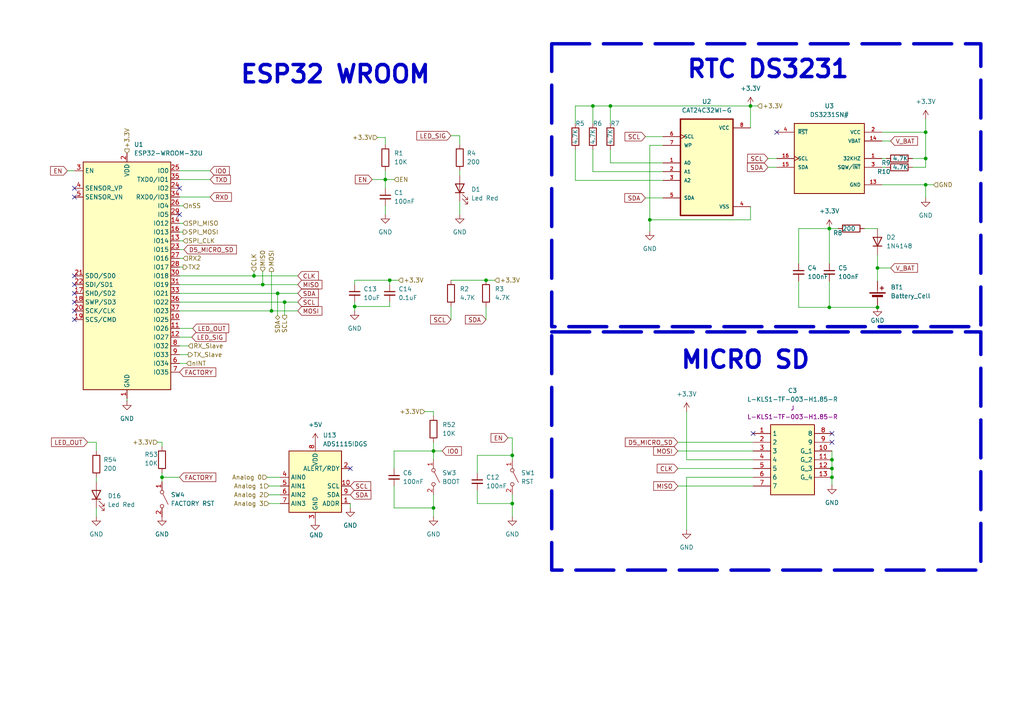
<source format=kicad_sch>
(kicad_sch (version 20231120) (generator "eeschema") (generator_version "8.0")
  (paper "A4")
  (title_block (title "IoT Node") (date "2026-01-28") (rev "V3") (company "PT. MEDION FARMA JAYA") (comment 1 "DESAIN @DMSRAGAA") (comment 2 "INSTITUT TEKNOLOGI SEPULUH NOPEMBER"))
  (lib_symbols
    (symbol "Analog_ADC:ADS1115IDGS"
      (property "Reference" "U" (at 2.54 13.97 0))
      (property "Value" "ADS1115IDGS" (at 7.62 11.43 0))
      (symbol "ADS1115IDGS_0_1"
        (rectangle (start -7.62 10.16) (end 7.62 -7.62) (stroke (width 0.254)) (fill (type background)))
      )
      (symbol "ADS1115IDGS_1_1"
        (pin input line (at 10.16 -5.08 180) (length 2.54) (name "ADDR") (number "1"))
        (pin input line (at 10.16 0 180) (length 2.54) (name "SCL") (number "10"))
        (pin output line (at 10.16 5.08 180) (length 2.54) (name "ALERT/RDY") (number "2"))
        (pin power_in line (at 0 -10.16 90) (length 2.54) (name "GND") (number "3"))
        (pin input line (at -10.16 2.54 0) (length 2.54) (name "AIN0") (number "4"))
        (pin input line (at -10.16 0 0) (length 2.54) (name "AIN1") (number "5"))
        (pin input line (at -10.16 -2.54 0) (length 2.54) (name "AIN2") (number "6"))
        (pin input line (at -10.16 -5.08 0) (length 2.54) (name "AIN3") (number "7"))
        (pin power_in line (at 0 12.7 270) (length 2.54) (name "VDD") (number "8"))
        (pin bidirectional line (at 10.16 -2.54 180) (length 2.54) (name "SDA") (number "9"))
      )
    )
    (symbol "CAT24C32WI-G:CAT24C32WI-G" (pin_names (offset 1.016))
      (property "Reference" "U" (at -7.6454 12.7508 0))
      (property "Value" "CAT24C32WI-G" (at -7.62 -17.78 0))
      (symbol "CAT24C32WI-G_0_0"
        (rectangle (start -7.62 -15.24) (end 7.62 12.7) (stroke (width 0.4064)) (fill (type background)))
        (pin input line (at -12.7 0 0) (length 5.08) (name "A0") (number "1"))
        (pin input line (at -12.7 -2.54 0) (length 5.08) (name "A1") (number "2"))
        (pin input line (at -12.7 -5.08 0) (length 5.08) (name "A2") (number "3"))
        (pin passive line (at 12.7 -12.7 180) (length 5.08) (name "VSS") (number "4"))
        (pin bidirectional line (at -12.7 -10.16 0) (length 5.08) (name "SDA") (number "5"))
        (pin input clock (at -12.7 7.62 0) (length 5.08) (name "SCL") (number "6"))
        (pin input line (at -12.7 5.08 0) (length 5.08) (name "WP") (number "7"))
        (pin power_in line (at 12.7 10.16 180) (length 5.08) (name "VCC") (number "8"))
      )
    )
    (symbol "DS3231SN_:DS3231SN#" (pin_names (offset 1.016))
      (property "Reference" "U" (at -9.9314 11.2268 0))
      (property "Value" "DS3231SN#" (at -10.1854 -12.7254 0))
      (symbol "DS3231SN#_0_0"
        (rectangle (start -10.16 -10.16) (end 10.16 10.16) (stroke (width 0.254)) (fill (type background)))
        (pin output line (at 15.24 0 180) (length 5.08) (name "32KHZ") (number "1"))
        (pin power_in line (at 15.24 -7.62 180) (length 5.08) (name "GND") (number "13"))
        (pin power_in line (at 15.24 5.08 180) (length 5.08) (name "VBAT") (number "14"))
        (pin bidirectional line (at -15.24 -2.54 0) (length 5.08) (name "SDA") (number "15"))
        (pin input clock (at -15.24 0 0) (length 5.08) (name "SCL") (number "16"))
        (pin power_in line (at 15.24 7.62 180) (length 5.08) (name "VCC") (number "2"))
        (pin output line (at 15.24 -2.54 180) (length 5.08) (name "SQW/~{INT}") (number "3"))
        (pin input line (at -15.24 7.62 0) (length 5.08) (name "~{RST}") (number "4"))
      )
    )
    (symbol "Device:Battery_Cell" (pin_numbers hide) (pin_names (offset 0) hide)
      (property "Reference" "BT" (at 2.54 2.54 0))
      (property "Value" "Battery_Cell" (at 2.54 0 0))
      (symbol "Battery_Cell_0_1"
        (rectangle (start -2.286 1.778) (end 2.286 1.524) (fill (type outline)))
        (rectangle (start -1.524 1.016) (end 1.524 0.508) (fill (type outline)))
        (polyline (pts (xy 0 0.762) (xy 0 0)))
        (polyline (pts (xy 0 1.778) (xy 0 2.54)))
        (polyline (pts (xy 0.762 3.048) (xy 1.778 3.048)) (stroke (width 0.254)))
        (polyline (pts (xy 1.27 3.556) (xy 1.27 2.54)) (stroke (width 0.254)))
      )
      (symbol "Battery_Cell_1_1"
        (pin passive line (at 0 5.08 270) (length 2.54) (name "+") (number "1"))
        (pin passive line (at 0 -2.54 90) (length 2.54) (name "-") (number "2"))
      )
    )
    (symbol "Device:C_Small" (pin_numbers hide) (pin_names (offset 0.254) hide)
      (property "Reference" "C" (at 0.254 1.778 0))
      (property "Value" "C_Small" (at 0.254 -2.032 0))
      (symbol "C_Small_0_1"
        (polyline (pts (xy -1.524 -0.508) (xy 1.524 -0.508)) (stroke (width 0.3302)))
        (polyline (pts (xy -1.524 0.508) (xy 1.524 0.508)) (stroke (width 0.3048)))
      )
      (symbol "C_Small_1_1"
        (pin passive line (at 0 2.54 270) (length 2.032) (name "~") (number "1"))
        (pin passive line (at 0 -2.54 90) (length 2.032) (name "~") (number "2"))
      )
    )
    (symbol "Device:LED" (pin_numbers hide) (pin_names (offset 1.016) hide)
      (property "Reference" "D" (at 0 2.54 0))
      (property "Value" "LED" (at 0 -2.54 0))
      (symbol "LED_0_1"
        (polyline (pts (xy -1.27 -1.27) (xy -1.27 1.27)) (stroke (width 0.254)))
        (polyline (pts (xy -1.27 0) (xy 1.27 0)))
        (polyline (pts (xy 1.27 -1.27) (xy 1.27 1.27) (xy -1.27 0) (xy 1.27 -1.27)) (stroke (width 0.254)))
        (polyline (pts (xy -3.048 -0.762) (xy -4.572 -2.286) (xy -3.81 -2.286) (xy -4.572 -2.286) (xy -4.572 -1.524)))
        (polyline (pts (xy -1.778 -0.762) (xy -3.302 -2.286) (xy -2.54 -2.286) (xy -3.302 -2.286) (xy -3.302 -1.524)))
      )
      (symbol "LED_1_1"
        (pin passive line (at -3.81 0 0) (length 2.54) (name "K") (number "1"))
        (pin passive line (at 3.81 0 180) (length 2.54) (name "A") (number "2"))
      )
    )
    (symbol "Device:R" (pin_numbers hide) (pin_names (offset 0))
      (property "Reference" "R" (at 2.032 0 90))
      (property "Value" "R" (at 0 0 90))
      (symbol "R_0_1"
        (rectangle (start -1.016 -2.54) (end 1.016 2.54) (stroke (width 0.254)))
      )
      (symbol "R_1_1"
        (pin passive line (at 0 3.81 270) (length 1.27) (name "~") (number "1"))
        (pin passive line (at 0 -3.81 90) (length 1.27) (name "~") (number "2"))
      )
    )
    (symbol "Diode:1N4148" (pin_numbers hide) (pin_names hide)
      (property "Reference" "D" (at 0 2.54 0))
      (property "Value" "1N4148" (at 0 -2.54 0))
      (symbol "1N4148_0_1"
        (polyline (pts (xy -1.27 1.27) (xy -1.27 -1.27)) (stroke (width 0.254)))
        (polyline (pts (xy 1.27 0) (xy -1.27 0)))
        (polyline (pts (xy 1.27 1.27) (xy 1.27 -1.27) (xy -1.27 0) (xy 1.27 1.27)) (stroke (width 0.254)))
      )
      (symbol "1N4148_1_1"
        (pin passive line (at -3.81 0 0) (length 2.54) (name "K") (number "1"))
        (pin passive line (at 3.81 0 180) (length 2.54) (name "A") (number "2"))
      )
    )
    (symbol "Mahendra:L-KLS1-TF-003-H1.85-R"
      (property "Value" "L-KLS1-TF-003-H1.85-R" (at 0 0 0))
      (property "Reference_1" "J" (at 19.05 7.62 0))
      (property "Value_1" "L-KLS1-TF-003-H1.85-R" (at 19.05 5.08 0))
      (symbol "L-KLS1-TF-003-H1.85-R_1_1"
        (rectangle (start 5.08 2.54) (end 17.78 -17.78) (stroke (width 0.254)) (fill (type background)))
        (pin passive line (at 0 0 0) (length 5.08) (name "1") (number "1"))
        (pin passive line (at 22.86 -5.08 180) (length 5.08) (name "G_1") (number "10"))
        (pin passive line (at 22.86 -7.62 180) (length 5.08) (name "G_2") (number "11"))
        (pin passive line (at 22.86 -10.16 180) (length 5.08) (name "G_3") (number "12"))
        (pin passive line (at 22.86 -12.7 180) (length 5.08) (name "G_4") (number "13"))
        (pin passive line (at 0 -2.54 0) (length 5.08) (name "2") (number "2"))
        (pin passive line (at 0 -5.08 0) (length 5.08) (name "3") (number "3"))
        (pin passive line (at 0 -7.62 0) (length 5.08) (name "4") (number "4"))
        (pin passive line (at 0 -10.16 0) (length 5.08) (name "5") (number "5"))
        (pin passive line (at 0 -12.7 0) (length 5.08) (name "6") (number "6"))
        (pin passive line (at 0 -15.24 0) (length 5.08) (name "7") (number "7"))
        (pin passive line (at 22.86 0 180) (length 5.08) (name "8") (number "8"))
        (pin passive line (at 22.86 -2.54 180) (length 5.08) (name "9") (number "9"))
      )
    )
    (symbol "RF_Module:ESP32-WROOM-32U"
      (property "Reference" "U" (at -12.7 34.29 0))
      (property "Value" "ESP32-WROOM-32U" (at 1.27 34.29 0))
      (symbol "ESP32-WROOM-32U_0_1"
        (rectangle (start -12.7 33.02) (end 12.7 -33.02) (stroke (width 0.254)) (fill (type background)))
      )
      (symbol "ESP32-WROOM-32U_1_1"
        (pin power_in line (at 0 -35.56 90) (length 2.54) (name "GND") (number "1"))
        (pin bidirectional line (at 15.24 -12.7 180) (length 2.54) (name "IO25") (number "10"))
        (pin bidirectional line (at 15.24 -15.24 180) (length 2.54) (name "IO26") (number "11"))
        (pin bidirectional line (at 15.24 -17.78 180) (length 2.54) (name "IO27") (number "12"))
        (pin bidirectional line (at 15.24 10.16 180) (length 2.54) (name "IO14") (number "13"))
        (pin bidirectional line (at 15.24 15.24 180) (length 2.54) (name "IO12") (number "14"))
        (pin passive line (at 0 -35.56 90) (length 2.54) hide (name "GND") (number "15"))
        (pin bidirectional line (at 15.24 12.7 180) (length 2.54) (name "IO13") (number "16"))
        (pin bidirectional line (at -15.24 -5.08 0) (length 2.54) (name "SHD/SD2") (number "17"))
        (pin bidirectional line (at -15.24 -7.62 0) (length 2.54) (name "SWP/SD3") (number "18"))
        (pin bidirectional line (at -15.24 -12.7 0) (length 2.54) (name "SCS/CMD") (number "19"))
        (pin power_in line (at 0 35.56 270) (length 2.54) (name "VDD") (number "2"))
        (pin bidirectional line (at -15.24 -10.16 0) (length 2.54) (name "SCK/CLK") (number "20"))
        (pin bidirectional line (at -15.24 0 0) (length 2.54) (name "SDO/SD0") (number "21"))
        (pin bidirectional line (at -15.24 -2.54 0) (length 2.54) (name "SDI/SD1") (number "22"))
        (pin bidirectional line (at 15.24 7.62 180) (length 2.54) (name "IO15") (number "23"))
        (pin bidirectional line (at 15.24 25.4 180) (length 2.54) (name "IO2") (number "24"))
        (pin bidirectional line (at 15.24 30.48 180) (length 2.54) (name "IO0") (number "25"))
        (pin bidirectional line (at 15.24 20.32 180) (length 2.54) (name "IO4") (number "26"))
        (pin bidirectional line (at 15.24 5.08 180) (length 2.54) (name "IO16") (number "27"))
        (pin bidirectional line (at 15.24 2.54 180) (length 2.54) (name "IO17") (number "28"))
        (pin bidirectional line (at 15.24 17.78 180) (length 2.54) (name "IO5") (number "29"))
        (pin input line (at -15.24 30.48 0) (length 2.54) (name "EN") (number "3"))
        (pin bidirectional line (at 15.24 0 180) (length 2.54) (name "IO18") (number "30"))
        (pin bidirectional line (at 15.24 -2.54 180) (length 2.54) (name "IO19") (number "31"))
        (pin no_connect line (at -12.7 -27.94 0) (length 2.54) hide (name "NC") (number "32"))
        (pin bidirectional line (at 15.24 -5.08 180) (length 2.54) (name "IO21") (number "33"))
        (pin bidirectional line (at 15.24 22.86 180) (length 2.54) (name "RXD0/IO3") (number "34"))
        (pin bidirectional line (at 15.24 27.94 180) (length 2.54) (name "TXD0/IO1") (number "35"))
        (pin bidirectional line (at 15.24 -7.62 180) (length 2.54) (name "IO22") (number "36"))
        (pin bidirectional line (at 15.24 -10.16 180) (length 2.54) (name "IO23") (number "37"))
        (pin passive line (at 0 -35.56 90) (length 2.54) hide (name "GND") (number "38"))
        (pin passive line (at 0 -35.56 90) (length 2.54) hide (name "GND") (number "39"))
        (pin input line (at -15.24 25.4 0) (length 2.54) (name "SENSOR_VP") (number "4"))
        (pin input line (at -15.24 22.86 0) (length 2.54) (name "SENSOR_VN") (number "5"))
        (pin input line (at 15.24 -25.4 180) (length 2.54) (name "IO34") (number "6"))
        (pin input line (at 15.24 -27.94 180) (length 2.54) (name "IO35") (number "7"))
        (pin bidirectional line (at 15.24 -20.32 180) (length 2.54) (name "IO32") (number "8"))
        (pin bidirectional line (at 15.24 -22.86 180) (length 2.54) (name "IO33") (number "9"))
      )
    )
    (symbol "Switch:SW_SPST" (pin_names (offset 0) hide)
      (property "Reference" "SW" (at 0 3.175 0))
      (property "Value" "SW_SPST" (at 0 -2.54 0))
      (symbol "SW_SPST_0_0"
        (circle (center -2.032 0) (radius 0.508))
        (polyline (pts (xy -1.524 0.254) (xy 1.524 1.778)))
        (circle (center 2.032 0) (radius 0.508))
      )
      (symbol "SW_SPST_1_1"
        (pin passive line (at -5.08 0 0) (length 2.54) (name "A") (number "1"))
        (pin passive line (at 5.08 0 180) (length 2.54) (name "B") (number "2"))
      )
    )
    (symbol "power:+3.3V" (power) (pin_numbers hide) (pin_names (offset 0) hide)
      (property "Value" "+3.3V" (at 0 3.556 0))
      (symbol "+3.3V_0_1"
        (polyline (pts (xy -0.762 1.27) (xy 0 2.54)))
        (polyline (pts (xy 0 0) (xy 0 2.54)))
        (polyline (pts (xy 0 2.54) (xy 0.762 1.27)))
      )
      (symbol "+3.3V_1_1"
        (pin power_in line (at 0 0 90) (length 0) (name "~") (number "1"))
      )
    )
    (symbol "power:+5V" (power) (pin_numbers hide) (pin_names (offset 0) hide)
      (property "Value" "+5V" (at 0 3.556 0))
      (symbol "+5V_0_1"
        (polyline (pts (xy -0.762 1.27) (xy 0 2.54)))
        (polyline (pts (xy 0 0) (xy 0 2.54)))
        (polyline (pts (xy 0 2.54) (xy 0.762 1.27)))
      )
      (symbol "+5V_1_1"
        (pin power_in line (at 0 0 90) (length 0) (name "~") (number "1"))
      )
    )
    (symbol "power:GND" (power) (pin_numbers hide) (pin_names (offset 0) hide)
      (property "Value" "GND" (at 0 -3.81 0))
      (symbol "GND_0_1"
        (polyline (pts (xy 0 0) (xy 0 -1.27) (xy 1.27 -1.27) (xy 0 -2.54) (xy -1.27 -1.27) (xy 0 -1.27)))
      )
      (symbol "GND_1_1"
        (pin power_in line (at 0 0 270) (length 0) (name "~") (number "1"))
      )
    )
  )
  (junction (at 148.59 132.08))
  (junction (at 240.538 89.154))
  (junction (at 268.478 45.974))
  (junction (at 171.958 30.734))
  (junction (at 268.478 38.354))
  (junction (at 125.73 147.32))
  (junction (at 217.678 30.734))
  (junction (at 73.66 80.01))
  (junction (at 46.99 138.43))
  (junction (at 268.478 53.594))
  (junction (at 113.03 81.28))
  (junction (at 177.038 30.734))
  (junction (at 241.3 133.35))
  (junction (at 241.3 135.89))
  (junction (at 140.97 81.28))
  (junction (at 102.87 88.9))
  (junction (at 82.55 87.63))
  (junction (at 76.2 82.55))
  (junction (at 111.76 52.07))
  (junction (at 188.468 63.754))
  (junction (at 78.74 90.17))
  (junction (at 254.508 89.154))
  (junction (at 125.73 130.81))
  (junction (at 240.538 66.294))
  (junction (at 241.3 138.43))
  (junction (at 254.508 77.724))
  (junction (at 148.59 146.05))
  (junction (at 80.518 85.09))
  (no_connect (at 241.3 128.27))
  (no_connect (at 21.59 82.55))
  (no_connect (at 21.59 85.09))
  (no_connect (at 21.59 92.71))
  (no_connect (at 21.59 54.61))
  (no_connect (at 52.07 62.23))
  (no_connect (at 241.3 125.73))
  (no_connect (at 101.6 135.89))
  (no_connect (at 218.44 125.73))
  (no_connect (at 21.59 90.17))
  (no_connect (at 21.59 80.01))
  (no_connect (at 21.59 87.63))
  (no_connect (at 225.298 38.354))
  (no_connect (at 52.07 54.61))
  (no_connect (at 21.59 57.15))
  (wire (pts (xy 140.97 88.9) (xy 140.97 92.71)))
  (wire (pts (xy 52.07 59.69) (xy 53.086 59.69)))
  (wire (pts (xy 36.83 115.57) (xy 36.83 116.332)))
  (wire (pts (xy 264.668 48.514) (xy 268.478 48.514)))
  (wire (pts (xy 125.73 130.81) (xy 128.27 130.81)))
  (wire (pts (xy 264.668 45.974) (xy 268.478 45.974)))
  (wire (pts (xy 192.278 47.244) (xy 177.038 47.244)))
  (wire (pts (xy 114.3 130.81) (xy 125.73 130.81)))
  (wire (pts (xy 255.778 38.354) (xy 268.478 38.354)))
  (wire (pts (xy 54.61 102.87) (xy 52.07 102.87)))
  (wire (pts (xy 255.778 40.894) (xy 258.318 40.894)))
  (wire (pts (xy 46.99 128.27) (xy 46.99 129.54)))
  (wire (pts (xy 192.278 52.324) (xy 166.878 52.324)))
  (wire (pts (xy 241.3 140.716) (xy 241.3 138.43)))
  (wire (pts (xy 27.94 128.27) (xy 27.94 130.81)))
  (wire (pts (xy 148.59 133.35) (xy 148.59 132.08)))
  (wire (pts (xy 240.538 81.534) (xy 240.538 89.154)))
  (wire (pts (xy 52.07 90.17) (xy 78.74 90.17)))
  (wire (pts (xy 196.596 140.97) (xy 218.44 140.97)))
  (wire (pts (xy 82.55 87.63) (xy 82.55 91.44)))
  (wire (pts (xy 114.3 147.32) (xy 125.73 147.32)))
  (wire (pts (xy 46.99 137.16) (xy 46.99 138.43)))
  (wire (pts (xy 241.3 133.35) (xy 241.3 135.89)))
  (wire (pts (xy 148.59 132.08) (xy 148.59 127)))
  (wire (pts (xy 138.43 142.24) (xy 138.43 146.05)))
  (wire (pts (xy 46.99 138.43) (xy 46.99 139.7)))
  (wire (pts (xy 111.76 59.69) (xy 111.76 62.23)))
  (wire (pts (xy 140.97 81.28) (xy 143.51 81.28)))
  (wire (pts (xy 222.758 45.974) (xy 225.298 45.974)))
  (wire (pts (xy 138.43 132.08) (xy 148.59 132.08)))
  (wire (pts (xy 133.35 39.37) (xy 133.35 41.91)))
  (wire (pts (xy 268.478 38.354) (xy 268.478 45.974)))
  (wire (pts (xy 148.59 146.05) (xy 148.59 149.86)))
  (wire (pts (xy 53.086 69.85) (xy 52.07 69.85)))
  (wire (pts (xy 77.978 143.51) (xy 81.28 143.51)))
  (wire (pts (xy 268.478 53.594) (xy 255.778 53.594)))
  (wire (pts (xy 130.81 88.9) (xy 130.81 92.71)))
  (wire (pts (xy 102.87 87.63) (xy 102.87 88.9)))
  (wire (pts (xy 82.55 87.63) (xy 86.36 87.63)))
  (wire (pts (xy 125.73 133.35) (xy 125.73 130.81)))
  (wire (pts (xy 188.468 63.754) (xy 217.678 63.754)))
  (wire (pts (xy 240.538 66.294) (xy 240.538 76.454)))
  (wire (pts (xy 250.698 66.294) (xy 254.508 66.294)))
  (wire (pts (xy 166.878 52.324) (xy 166.878 43.434)))
  (wire (pts (xy 52.07 77.47) (xy 53.086 77.47)))
  (wire (pts (xy 133.35 58.42) (xy 133.35 62.23)))
  (wire (pts (xy 73.66 80.01) (xy 86.36 80.01)))
  (wire (pts (xy 52.07 82.55) (xy 76.2 82.55)))
  (wire (pts (xy 125.73 128.27) (xy 125.73 130.81)))
  (wire (pts (xy 107.95 52.07) (xy 111.76 52.07)))
  (wire (pts (xy 133.35 49.53) (xy 133.35 50.8)))
  (wire (pts (xy 166.878 30.734) (xy 171.958 30.734)))
  (wire (pts (xy 76.2 82.55) (xy 86.36 82.55)))
  (wire (pts (xy 125.73 143.51) (xy 125.73 147.32)))
  (wire (pts (xy 177.038 30.734) (xy 217.678 30.734)))
  (wire (pts (xy 217.678 30.734) (xy 219.71 30.734)))
  (wire (pts (xy 254.508 73.914) (xy 254.508 77.724)))
  (wire (pts (xy 101.6 147.32) (xy 101.6 146.05)))
  (wire (pts (xy 102.87 88.9) (xy 102.87 90.17)))
  (wire (pts (xy 77.978 140.97) (xy 81.28 140.97)))
  (wire (pts (xy 231.648 66.294) (xy 240.538 66.294)))
  (wire (pts (xy 241.3 135.89) (xy 241.3 138.43)))
  (wire (pts (xy 187.198 57.404) (xy 192.278 57.404)))
  (wire (pts (xy 255.778 48.514) (xy 257.048 48.514)))
  (wire (pts (xy 52.07 80.01) (xy 73.66 80.01)))
  (wire (pts (xy 199.136 138.43) (xy 199.136 153.67)))
  (wire (pts (xy 52.07 85.09) (xy 80.518 85.09)))
  (wire (pts (xy 77.47 138.43) (xy 81.28 138.43)))
  (wire (pts (xy 218.44 138.43) (xy 199.136 138.43)))
  (wire (pts (xy 102.87 88.9) (xy 113.03 88.9)))
  (wire (pts (xy 192.278 49.784) (xy 171.958 49.784)))
  (wire (pts (xy 77.978 146.05) (xy 81.28 146.05)))
  (wire (pts (xy 54.102 105.41) (xy 52.07 105.41)))
  (wire (pts (xy 52.07 97.79) (xy 55.626 97.79)))
  (wire (pts (xy 46.99 138.43) (xy 52.07 138.43)))
  (wire (pts (xy 113.03 81.28) (xy 102.87 81.28)))
  (wire (pts (xy 231.648 81.534) (xy 231.648 89.154)))
  (wire (pts (xy 188.468 67.056) (xy 188.468 63.754)))
  (wire (pts (xy 148.59 143.51) (xy 148.59 146.05)))
  (wire (pts (xy 254.508 77.724) (xy 258.318 77.724)))
  (wire (pts (xy 111.76 39.878) (xy 111.76 41.91)))
  (wire (pts (xy 241.3 130.81) (xy 241.3 133.35)))
  (wire (pts (xy 196.596 128.27) (xy 218.44 128.27)))
  (wire (pts (xy 240.538 89.154) (xy 254.508 89.154)))
  (wire (pts (xy 19.558 49.53) (xy 21.59 49.53)))
  (wire (pts (xy 102.87 81.28) (xy 102.87 82.55)))
  (wire (pts (xy 217.678 30.734) (xy 217.678 37.084)))
  (wire (pts (xy 268.478 45.974) (xy 268.478 48.514)))
  (wire (pts (xy 123.19 119.38) (xy 125.73 119.38)))
  (wire (pts (xy 130.81 81.28) (xy 140.97 81.28)))
  (wire (pts (xy 125.73 119.38) (xy 125.73 120.65)))
  (wire (pts (xy 177.038 47.244) (xy 177.038 43.434)))
  (wire (pts (xy 255.778 45.974) (xy 257.048 45.974)))
  (wire (pts (xy 114.3 140.97) (xy 114.3 147.32)))
  (wire (pts (xy 78.74 78.74) (xy 78.74 90.17)))
  (wire (pts (xy 52.07 72.39) (xy 53.34 72.39)))
  (wire (pts (xy 254.508 77.724) (xy 254.508 81.534)))
  (wire (pts (xy 52.07 87.63) (xy 82.55 87.63)))
  (wire (pts (xy 80.518 85.09) (xy 80.518 91.44)))
  (wire (pts (xy 113.03 82.55) (xy 113.03 81.28)))
  (wire (pts (xy 25.4 128.27) (xy 27.94 128.27)))
  (wire (pts (xy 268.478 53.594) (xy 270.764 53.594)))
  (wire (pts (xy 196.596 135.89) (xy 218.44 135.89)))
  (wire (pts (xy 111.76 49.53) (xy 111.76 52.07)))
  (wire (pts (xy 113.03 88.9) (xy 113.03 87.63)))
  (wire (pts (xy 138.43 146.05) (xy 148.59 146.05)))
  (wire (pts (xy 138.43 137.16) (xy 138.43 132.08)))
  (wire (pts (xy 125.73 147.32) (xy 125.73 149.86)))
  (wire (pts (xy 217.678 63.754) (xy 217.678 59.944)))
  (wire (pts (xy 231.648 76.454) (xy 231.648 66.294)))
  (wire (pts (xy 240.538 66.294) (xy 243.078 66.294)))
  (wire (pts (xy 53.086 64.77) (xy 52.07 64.77)))
  (wire (pts (xy 166.878 35.814) (xy 166.878 30.734)))
  (wire (pts (xy 268.478 38.354) (xy 268.478 34.544)))
  (wire (pts (xy 76.2 78.74) (xy 76.2 82.55)))
  (wire (pts (xy 52.07 52.07) (xy 60.96 52.07)))
  (wire (pts (xy 27.94 147.32) (xy 27.94 149.86)))
  (wire (pts (xy 73.66 78.74) (xy 73.66 80.01)))
  (wire (pts (xy 196.596 130.81) (xy 218.44 130.81)))
  (wire (pts (xy 78.74 90.17) (xy 86.36 90.17)))
  (wire (pts (xy 114.3 135.89) (xy 114.3 130.81)))
  (wire (pts (xy 148.59 127) (xy 147.32 127)))
  (wire (pts (xy 52.07 57.15) (xy 60.96 57.15)))
  (wire (pts (xy 27.94 138.43) (xy 27.94 139.7)))
  (wire (pts (xy 111.76 39.878) (xy 109.474 39.878)))
  (wire (pts (xy 192.278 42.164) (xy 188.468 42.164)))
  (wire (pts (xy 222.758 48.514) (xy 225.298 48.514)))
  (wire (pts (xy 177.038 30.734) (xy 177.038 35.814)))
  (wire (pts (xy 54.61 100.33) (xy 52.07 100.33)))
  (wire (pts (xy 171.958 30.734) (xy 171.958 35.814)))
  (wire (pts (xy 52.07 49.53) (xy 60.96 49.53)))
  (wire (pts (xy 268.478 57.404) (xy 268.478 53.594)))
  (wire (pts (xy 80.518 85.09) (xy 86.36 85.09)))
  (wire (pts (xy 188.468 42.164) (xy 188.468 63.754)))
  (wire (pts (xy 130.81 39.37) (xy 133.35 39.37)))
  (wire (pts (xy 45.72 128.27) (xy 46.99 128.27)))
  (wire (pts (xy 171.958 30.734) (xy 177.038 30.734)))
  (wire (pts (xy 187.198 39.624) (xy 192.278 39.624)))
  (wire (pts (xy 55.88 95.25) (xy 52.07 95.25)))
  (wire (pts (xy 115.57 81.28) (xy 113.03 81.28)))
  (wire (pts (xy 231.648 89.154) (xy 240.538 89.154)))
  (wire (pts (xy 114.3 52.07) (xy 111.76 52.07)))
  (wire (pts (xy 171.958 49.784) (xy 171.958 43.434)))
  (wire (pts (xy 218.44 133.35) (xy 199.136 133.35)))
  (wire (pts (xy 53.086 74.93) (xy 52.07 74.93)))
  (wire (pts (xy 53.086 67.31) (xy 52.07 67.31)))
  (wire (pts (xy 111.76 52.07) (xy 111.76 54.61)))
  (wire (pts (xy 199.136 133.35) (xy 199.136 119.38)))
  (rectangle (start 160.02 96.266) (end 284.48 165.354) (stroke (width 1) (type dash)))
  (rectangle (start 160.02 12.7) (end 284.48 94.742) (stroke (width 1) (type dash)))
  (text "RTC DS3231" (at 198.882 23.114 0) (effects (font (size 5 5) (thickness 1) (bold yes)) (justify left bottom)))
  (text "ESP32 WROOM" (at 69.342 24.638 0) (effects (font (size 5 5) (thickness 1) (bold yes)) (justify left bottom)))
  (text "MICRO SD" (at 197.104 107.442 0) (effects (font (size 5 5) (thickness 1) (bold yes)) (justify left bottom)))
  (global_label "MISO" (shape input) (at 196.596 140.97 180) (property "Intersheetrefs" "${INTERSHEET_REFS}" (effects (hide yes))))
  (global_label "RXD" (shape input) (at 60.96 57.15 0) (property "Intersheetrefs" "${INTERSHEET_REFS}" (effects (hide yes))))
  (global_label "SDA" (shape input) (at 140.97 92.71 180) (property "Intersheetrefs" "${INTERSHEET_REFS}" (effects (hide yes))))
  (global_label "V_BAT" (shape input) (at 258.318 40.894 0) (property "Intersheetrefs" "${INTERSHEET_REFS}" (effects (hide yes))))
  (global_label "EN" (shape input) (at 19.558 49.53 180) (property "Intersheetrefs" "${INTERSHEET_REFS}" (effects (hide yes))))
  (global_label "IO0" (shape input) (at 128.27 130.81 0) (property "Intersheetrefs" "${INTERSHEET_REFS}" (effects (hide yes))))
  (global_label "SCL" (shape input) (at 187.198 39.624 180) (property "Intersheetrefs" "${INTERSHEET_REFS}" (effects (hide yes))))
  (global_label "MOSI" (shape input) (at 196.596 130.81 180) (property "Intersheetrefs" "${INTERSHEET_REFS}" (effects (hide yes))))
  (global_label "LED_SIG" (shape input) (at 55.626 97.79 0) (property "Intersheetrefs" "${INTERSHEET_REFS}" (effects (hide yes))))
  (global_label "CLK" (shape input) (at 196.596 135.89 180) (property "Intersheetrefs" "${INTERSHEET_REFS}" (effects (hide yes))))
  (global_label "LED_OUT" (shape input) (at 25.4 128.27 180) (property "Intersheetrefs" "${INTERSHEET_REFS}" (effects (hide yes))))
  (global_label "FACTORY" (shape input) (at 52.07 138.43 0) (property "Intersheetrefs" "${INTERSHEET_REFS}" (effects (hide yes))))
  (global_label "SCL" (shape input) (at 222.758 45.974 180) (property "Intersheetrefs" "${INTERSHEET_REFS}" (effects (hide yes))))
  (global_label "EN" (shape input) (at 107.95 52.07 180) (property "Intersheetrefs" "${INTERSHEET_REFS}" (effects (hide yes))))
  (global_label "IO0" (shape input) (at 60.96 49.53 0) (property "Intersheetrefs" "${INTERSHEET_REFS}" (effects (hide yes))))
  (global_label "SDA" (shape input) (at 222.758 48.514 180) (property "Intersheetrefs" "${INTERSHEET_REFS}" (effects (hide yes))))
  (global_label "V_BAT" (shape input) (at 258.318 77.724 0) (property "Intersheetrefs" "${INTERSHEET_REFS}" (effects (hide yes))))
  (global_label "SCL" (shape input) (at 86.36 87.63 0) (property "Intersheetrefs" "${INTERSHEET_REFS}" (effects (hide yes))))
  (global_label "LED_OUT" (shape input) (at 55.88 95.25 0) (property "Intersheetrefs" "${INTERSHEET_REFS}" (effects (hide yes))))
  (global_label "SDA" (shape input) (at 86.36 85.09 0) (property "Intersheetrefs" "${INTERSHEET_REFS}" (effects (hide yes))))
  (global_label "MISO" (shape input) (at 86.36 82.55 0) (property "Intersheetrefs" "${INTERSHEET_REFS}" (effects (hide yes))))
  (global_label "SDA" (shape input) (at 101.6 143.51 0) (property "Intersheetrefs" "${INTERSHEET_REFS}" (effects (hide yes))))
  (global_label "D5_MICRO_SD" (shape input) (at 53.34 72.39 0) (property "Intersheetrefs" "${INTERSHEET_REFS}" (effects (hide yes))))
  (global_label "SCL" (shape input) (at 101.6 140.97 0) (property "Intersheetrefs" "${INTERSHEET_REFS}" (effects (hide yes))))
  (global_label "SCL" (shape input) (at 130.81 92.71 180) (property "Intersheetrefs" "${INTERSHEET_REFS}" (effects (hide yes))))
  (global_label "EN" (shape input) (at 147.32 127 180) (property "Intersheetrefs" "${INTERSHEET_REFS}" (effects (hide yes))))
  (global_label "SDA" (shape input) (at 187.198 57.404 180) (property "Intersheetrefs" "${INTERSHEET_REFS}" (effects (hide yes))))
  (global_label "CLK" (shape input) (at 86.36 80.01 0) (property "Intersheetrefs" "${INTERSHEET_REFS}" (effects (hide yes))))
  (global_label "FACTORY" (shape input) (at 52.07 107.95 0) (property "Intersheetrefs" "${INTERSHEET_REFS}" (effects (hide yes))))
  (global_label "LED_SIG" (shape input) (at 130.81 39.37 180) (property "Intersheetrefs" "${INTERSHEET_REFS}" (effects (hide yes))))
  (global_label "MOSI" (shape input) (at 86.36 90.17 0) (property "Intersheetrefs" "${INTERSHEET_REFS}" (effects (hide yes))))
  (global_label "TXD" (shape input) (at 60.96 52.07 0) (property "Intersheetrefs" "${INTERSHEET_REFS}" (effects (hide yes))))
  (global_label "D5_MICRO_SD" (shape input) (at 196.596 128.27 180) (property "Intersheetrefs" "${INTERSHEET_REFS}" (effects (hide yes))))
  (hierarchical_label "+3.3V" (shape input) (at 36.83 44.45 90))
  (hierarchical_label "+3.3V" (shape input) (at 109.474 39.878 180))
  (hierarchical_label "Analog 3" (shape input) (at 77.978 146.05 180))
  (hierarchical_label "Analog 2" (shape input) (at 77.978 143.51 180))
  (hierarchical_label "SPI_CLK" (shape input) (at 53.086 69.85 0))
  (hierarchical_label "SDA" (shape bidirectional) (at 80.518 91.44 270))
  (hierarchical_label "nINT" (shape input) (at 54.102 105.41 0))
  (hierarchical_label "TX2" (shape output) (at 53.086 77.47 0))
  (hierarchical_label "+3.3V" (shape input) (at 143.51 81.28 0))
  (hierarchical_label "Analog 1" (shape input) (at 77.978 140.97 180))
  (hierarchical_label "SPI_MISO" (shape input) (at 53.086 64.77 0))
  (hierarchical_label "SCL" (shape output) (at 82.55 91.44 270))
  (hierarchical_label "+3.3V" (shape input) (at 45.72 128.27 180))
  (hierarchical_label "MOSI" (shape output) (at 78.74 78.74 90))
  (hierarchical_label "EN" (shape input) (at 114.3 52.07 0))
  (hierarchical_label "GND" (shape input) (at 270.764 53.594 0))
  (hierarchical_label "MISO" (shape input) (at 76.2 78.74 90))
  (hierarchical_label "TX_Slave" (shape output) (at 54.61 102.87 0))
  (hierarchical_label "nSS" (shape input) (at 53.086 59.69 0))
  (hierarchical_label "RX_Slave" (shape input) (at 54.61 100.33 0))
  (hierarchical_label "+3.3V" (shape input) (at 115.57 81.28 0))
  (hierarchical_label "Analog 0" (shape input) (at 77.47 138.43 180))
  (hierarchical_label "+3.3V" (shape input) (at 219.71 30.734 0))
  (hierarchical_label "RX2" (shape input) (at 53.086 74.93 0))
  (hierarchical_label "CLK" (shape input) (at 73.66 78.74 90))
  (hierarchical_label "SPI_MOSI" (shape output) (at 53.086 67.31 0))
  (hierarchical_label "+3.3V" (shape input) (at 123.19 119.38 180))
  (symbol (lib_id "RF_Module:ESP32-WROOM-32U") (at 36.83 80.01 0) (unit 1)
    (property "Reference" "U1" (at 38.8494 41.91 0) (effects (justify left)))
    (property "Value" "ESP32-WROOM-32U" (at 38.8494 44.45 0) (effects (justify left)))
    (property "Footprint" "RF_Module:ESP32-WROOM-32U" (effects (hide yes)))
    (property "Datasheet" "https://www.espressif.com/sites/default/files/documentation/esp32-wroom-32d_esp32-wroom-32u_datasheet_en.pdf" (effects (hide yes)))
    (property "Description" "RF Module, ESP32-D0WD SoC, Wi-Fi 802.11b/g/n, Bluetooth, BLE, 32-bit, 2.7-3.6V, external antenna, SMD" (effects (hide yes)))
    (property "LCSC" "C328062" (effects (hide yes)))
  )
  (symbol (lib_id "power:GND") (at 125.73 149.86 0) (unit 1)
    (property "Reference" "#PWR032" (effects (hide yes)))
    (property "Value" "GND" (at 125.73 154.94 0))
    (property "Description" "Power symbol creates a global label with name \"GND\" , ground" (effects (hide yes)))
  )
  (symbol (lib_id "Device:LED") (at 133.35 54.61 90) (unit 1)
    (property "Reference" "D1" (at 136.652 54.9274 90) (effects (justify right)))
    (property "Value" "Led Red" (at 136.652 57.4674 90) (effects (justify right)))
    (property "Footprint" "LED_THT:LED_D3.0mm" (effects (hide yes)))
    (property "Description" "Light emitting diode" (effects (hide yes)))
    (property "LCSC" "C2295" (effects (hide yes)))
  )
  (symbol (lib_id "Device:C_Small") (at 102.87 85.09 0) (unit 1)
    (property "Reference" "C13" (at 105.41 83.8262 0) (effects (justify left)))
    (property "Value" "10uF" (at 105.41 86.3662 0) (effects (justify left)))
    (property "Footprint" "Capacitor_SMD:C_0805_2012Metric" (effects (hide yes)))
    (property "Description" "Unpolarized capacitor, small symbol" (effects (hide yes)))
    (property "LCSC" "C1711" (effects (hide yes)))
  )
  (symbol (lib_id "power:+3.3V") (at 268.478 34.544 0) (unit 1)
    (property "Reference" "#PWR017" (effects (hide yes)))
    (property "Value" "+3.3V" (at 268.478 29.464 0))
    (property "Description" "Power symbol creates a global label with name \"+3.3V\"" (effects (hide yes)))
  )
  (symbol (lib_id "Device:R") (at 133.35 45.72 180) (unit 1)
    (property "Reference" "R4" (at 135.382 44.4499 0) (effects (justify right)))
    (property "Value" "200" (at 135.382 46.9899 0) (effects (justify right)))
    (property "Footprint" "Resistor_SMD:R_0805_2012Metric_Pad1.20x1.40mm_HandSolder" (effects (hide yes)))
    (property "Description" "Resistor" (effects (hide yes)))
    (property "LCSC" "C17540" (effects (hide yes)))
  )
  (symbol (lib_id "Diode:1N4148") (at 254.508 70.104 90) (unit 1)
    (property "Reference" "D2" (at 257.048 68.8339 90) (effects (justify right)))
    (property "Value" "1N4148" (at 257.048 71.3739 90) (effects (justify right)))
    (property "Footprint" "Diode_SMD:D_0805_2012Metric_Pad1.15x1.40mm_HandSolder" (effects (hide yes)))
    (property "Datasheet" "https://assets.nexperia.com/documents/data-sheet/1N4148_1N4448.pdf" (effects (hide yes)))
    (property "Description" "100V 0.15A standard switching diode, DO-35" (effects (hide yes)))
    (property "LCSC" "C85057" (effects (hide yes)))
    (property "Sim.Device" "D" (effects (hide yes)))
    (property "Sim.Pins" "1=K 2=A" (effects (hide yes)))
  )
  (symbol (lib_id "Device:R") (at 130.81 85.09 180) (unit 1)
    (property "Reference" "R2" (at 133.35 83.8199 0) (effects (justify right)))
    (property "Value" "4.7K" (at 133.35 86.3599 0) (effects (justify right)))
    (property "Footprint" "Resistor_SMD:R_0805_2012Metric" (effects (hide yes)))
    (property "Description" "Resistor" (effects (hide yes)))
    (property "LCSC" "C26022" (effects (hide yes)))
  )
  (symbol (lib_id "power:GND") (at 133.35 62.23 0) (unit 1)
    (property "Reference" "#PWR07" (effects (hide yes)))
    (property "Value" "GND" (at 133.35 67.31 0))
    (property "Description" "Power symbol creates a global label with name \"GND\" , ground" (effects (hide yes)))
  )
  (symbol (lib_id "power:GND") (at 188.468 67.056 0) (unit 1)
    (property "Reference" "#PWR08" (effects (hide yes)))
    (property "Value" "GND" (at 188.468 72.136 0))
    (property "Description" "Power symbol creates a global label with name \"GND\" , ground" (effects (hide yes)))
  )
  (symbol (lib_id "Device:R") (at 125.73 124.46 180) (unit 1)
    (property "Reference" "R52" (at 128.27 123.1899 0) (effects (justify right)))
    (property "Value" "10K" (at 128.27 125.7299 0) (effects (justify right)))
    (property "Footprint" "Resistor_SMD:R_0805_2012Metric" (effects (hide yes)))
    (property "Description" "Resistor" (effects (hide yes)))
    (property "LCSC" "C17414" (effects (hide yes)))
  )
  (symbol (lib_id "Device:R") (at 177.038 39.624 180) (unit 1)
    (property "Reference" "R7" (at 177.038 35.814 0) (effects (justify right)))
    (property "Value" "4.7K" (at 177.038 41.91 90) (effects (justify right)))
    (property "Footprint" "Resistor_SMD:R_0805_2012Metric" (effects (hide yes)))
    (property "Description" "Resistor" (effects (hide yes)))
    (property "LCSC" "C26022" (effects (hide yes)))
  )
  (symbol (lib_id "power:GND") (at 36.83 116.332 0) (unit 1)
    (property "Reference" "#PWR01" (effects (hide yes)))
    (property "Value" "GND" (at 36.83 121.412 0))
    (property "Description" "Power symbol creates a global label with name \"GND\" , ground" (effects (hide yes)))
  )
  (symbol (lib_id "power:GND") (at 148.59 149.86 0) (unit 1)
    (property "Reference" "#PWR04" (effects (hide yes)))
    (property "Value" "GND" (at 148.59 154.94 0))
    (property "Description" "Power symbol creates a global label with name \"GND\" , ground" (effects (hide yes)))
  )
  (symbol (lib_id "Device:C_Small") (at 113.03 85.09 0) (unit 1)
    (property "Reference" "C14" (at 115.57 83.8262 0) (effects (justify left)))
    (property "Value" "0.1uF" (at 115.57 86.3662 0) (effects (justify left)))
    (property "Footprint" "Capacitor_SMD:C_0805_2012Metric" (effects (hide yes)))
    (property "Description" "Unpolarized capacitor, small symbol" (effects (hide yes)))
    (property "LCSC" "C1711" (effects (hide yes)))
  )
  (symbol (lib_id "power:GND") (at 241.3 140.716 0) (mirror y) (unit 1)
    (property "Reference" "#PWR012" (effects (hide yes)))
    (property "Value" "GND" (at 241.3 145.796 0))
    (property "Description" "Power symbol creates a global label with name \"GND\" , ground" (effects (hide yes)))
  )
  (symbol (lib_id "Device:R") (at 246.888 66.294 270) (unit 1)
    (property "Reference" "R8" (at 244.348 67.564 90) (effects (justify right)))
    (property "Value" "200" (at 248.158 66.294 90) (effects (justify right)))
    (property "Footprint" "Resistor_SMD:R_0805_2012Metric" (effects (hide yes)))
    (property "Description" "Resistor" (effects (hide yes)))
    (property "LCSC" "C17540" (effects (hide yes)))
  )
  (symbol (lib_id "power:GND") (at 268.478 57.404 0) (unit 1)
    (property "Reference" "#PWR018" (effects (hide yes)))
    (property "Value" "GND" (at 268.478 62.484 0))
    (property "Description" "Power symbol creates a global label with name \"GND\" , ground" (effects (hide yes)))
  )
  (symbol (lib_id "Switch:SW_SPST") (at 46.99 144.78 270) (unit 1)
    (property "Reference" "SW4" (at 49.53 143.5099 90) (effects (justify left)))
    (property "Value" "FACTORY RST" (at 49.53 146.0499 90) (effects (justify left)))
    (property "Footprint" "Button_Switch_THT:SW_Tactile_SPST_Angled_PTS645Vx58-2LFS" (effects (hide yes)))
    (property "Description" "Single Pole Single Throw (SPST) switch" (effects (hide yes)))
    (property "LCSC" "C231329" (effects (hide yes)))
  )
  (symbol (lib_id "CAT24C32WI-G:CAT24C32WI-G") (at 204.978 47.244 0) (unit 1)
    (property "Reference" "U2" (at 204.978 29.464 0))
    (property "Value" "CAT24C32WI-G" (at 204.978 32.004 0))
    (property "Footprint" "Package_SO:SOIC-8_3.9x4.9mm_P1.27mm" (effects (hide yes)))
    (property "MANUFACTURER" "ON Semiconductor" (effects (hide yes)))
    (property "LCSC" "C81193" (effects (hide yes)))
  )
  (symbol (lib_id "power:+3.3V") (at 217.678 30.734 0) (unit 1)
    (property "Reference" "#PWR011" (effects (hide yes)))
    (property "Value" "+3.3V" (at 217.678 25.654 0))
    (property "Description" "Power symbol creates a global label with name \"+3.3V\"" (effects (hide yes)))
  )
  (symbol (lib_id "Device:R") (at 111.76 45.72 180) (unit 1)
    (property "Reference" "R1" (at 114.3 44.4499 0) (effects (justify right)))
    (property "Value" "10K" (at 114.3 46.9899 0) (effects (justify right)))
    (property "Footprint" "Resistor_SMD:R_0805_2012Metric" (effects (hide yes)))
    (property "Description" "Resistor" (effects (hide yes)))
    (property "LCSC" "C17414" (effects (hide yes)))
  )
  (symbol (lib_id "Mahendra:L-KLS1-TF-003-H1.85-R") (at 218.44 125.73 0) (unit 1)
    (property "Reference" "C3" (at 229.87 113.284 0))
    (property "Value" "L-KLS1-TF-003-H1.85-R" (at 229.87 115.824 0))
    (property "Footprint" "Connector_Card:J_SD_Card-micro_socket_A" (effects (hide yes)))
    (property "Datasheet" "https://img.ozdisan.com/ETicaret_Dosya/476392_7149645.pdf" (effects (hide yes)))
    (property "Reference_1" "J" (at 229.87 118.364 0))
    (property "Value_1" "L-KLS1-TF-003-H1.85-R" (at 229.87 120.904 0))
    (property "Footprint_1" "L-KLS1-TF-003-H1.85-R" (effects (hide yes)))
    (property "Datasheet_1" "https://img.ozdisan.com/ETicaret_Dosya/476392_7149645.pdf" (effects (hide yes)))
    (property "Manufacturer_Name" "KLS Electronic" (effects (hide yes)))
    (property "Manufacturer_Part_Number" "L-KLS1-TF-003-H1.85-R" (effects (hide yes)))
  )
  (symbol (lib_id "Device:Battery_Cell") (at 254.508 86.614 0) (unit 1)
    (property "Reference" "BT1" (at 258.318 83.3119 0) (effects (justify left)))
    (property "Value" "Battery_Cell" (at 258.318 85.8519 0) (effects (justify left)))
    (property "Footprint" "Battery:BatteryHolder_Keystone_103_1x20mm" (effects (hide yes)))
    (property "Description" "Single-cell battery" (effects (hide yes)))
  )
  (symbol (lib_id "power:GND") (at 91.44 151.13 0) (unit 1)
    (property "Reference" "#PWR06" (effects (hide yes)))
    (property "Value" "GND" (at 91.694 155.194 0))
    (property "Description" "Power symbol creates a global label with name \"GND\" , ground" (effects (hide yes)))
  )
  (symbol (lib_id "power:+3.3V") (at 240.538 66.294 0) (unit 1)
    (property "Reference" "#PWR013" (effects (hide yes)))
    (property "Value" "+3.3V" (at 240.538 61.214 0))
    (property "Description" "Power symbol creates a global label with name \"+3.3V\"" (effects (hide yes)))
  )
  (symbol (lib_id "power:GND") (at 101.6 147.32 0) (unit 1)
    (property "Reference" "#PWR031" (effects (hide yes)))
    (property "Value" "GND" (at 101.6 152.4 0))
    (property "Description" "Power symbol creates a global label with name \"GND\" , ground" (effects (hide yes)))
  )
  (symbol (lib_id "Device:C_Small") (at 231.648 78.994 0) (unit 1)
    (property "Reference" "C4" (at 234.188 77.7302 0) (effects (justify left)))
    (property "Value" "100nF" (at 234.188 80.2702 0) (effects (justify left)))
    (property "Footprint" "Capacitor_SMD:C_0805_2012Metric" (effects (hide yes)))
    (property "Description" "Unpolarized capacitor, small symbol" (effects (hide yes)))
    (property "LCSC" "C1711" (effects (hide yes)))
  )
  (symbol (lib_id "power:GND") (at 111.76 62.23 0) (unit 1)
    (property "Reference" "#PWR03" (effects (hide yes)))
    (property "Value" "GND" (at 111.76 67.31 0))
    (property "Description" "Power symbol creates a global label with name \"GND\" , ground" (effects (hide yes)))
  )
  (symbol (lib_id "Device:R") (at 46.99 133.35 180) (unit 1)
    (property "Reference" "R53" (at 41.91 131.826 0) (effects (justify right)))
    (property "Value" "10K" (at 41.91 134.366 0) (effects (justify right)))
    (property "Footprint" "Resistor_SMD:R_0805_2012Metric_Pad1.20x1.40mm_HandSolder" (effects (hide yes)))
    (property "Description" "Resistor" (effects (hide yes)))
    (property "LCSC" "C17414" (effects (hide yes)))
  )
  (symbol (lib_id "Device:R") (at 260.858 48.514 270) (unit 1)
    (property "Reference" "R10" (at 258.318 49.784 90) (effects (justify right)))
    (property "Value" "4.7K" (at 263.398 48.514 90) (effects (justify right)))
    (property "Footprint" "Resistor_SMD:R_0805_2012Metric" (effects (hide yes)))
    (property "Description" "Resistor" (effects (hide yes)))
    (property "LCSC" "C26022" (effects (hide yes)))
  )
  (symbol (lib_id "Device:C_Small") (at 111.76 57.15 0) (unit 1)
    (property "Reference" "C1" (at 114.3 55.8862 0) (effects (justify left)))
    (property "Value" "100nF" (at 114.3 58.4262 0) (effects (justify left)))
    (property "Footprint" "Capacitor_SMD:C_0805_2012Metric" (effects (hide yes)))
    (property "Description" "Unpolarized capacitor, small symbol" (effects (hide yes)))
    (property "LCSC" "C1711" (effects (hide yes)))
  )
  (symbol (lib_id "Device:R") (at 166.878 39.624 180) (unit 1)
    (property "Reference" "R5" (at 166.878 35.814 0) (effects (justify right)))
    (property "Value" "4.7K" (at 166.878 41.91 90) (effects (justify right)))
    (property "Footprint" "Resistor_SMD:R_0805_2012Metric" (effects (hide yes)))
    (property "Description" "Resistor" (effects (hide yes)))
    (property "LCSC" "C26022" (effects (hide yes)))
  )
  (symbol (lib_id "power:GND") (at 102.87 90.17 0) (unit 1)
    (property "Reference" "#PWR034" (effects (hide yes)))
    (property "Value" "GND" (at 102.87 95.25 0))
    (property "Description" "Power symbol creates a global label with name \"GND\" , ground" (effects (hide yes)))
  )
  (symbol (lib_id "Device:C_Small") (at 114.3 138.43 0) (unit 1)
    (property "Reference" "C6" (at 116.84 137.1662 0) (effects (justify left)))
    (property "Value" "100nF" (at 116.84 139.7062 0) (effects (justify left)))
    (property "Footprint" "Capacitor_SMD:C_0805_2012Metric" (effects (hide yes)))
    (property "Description" "Unpolarized capacitor, small symbol" (effects (hide yes)))
    (property "LCSC" "C1711" (effects (hide yes)))
  )
  (symbol (lib_id "Analog_ADC:ADS1115IDGS") (at 91.44 140.97 0) (unit 1)
    (property "Reference" "U13" (at 93.6341 126.238 0) (effects (justify left)))
    (property "Value" "ADS1115IDGS" (at 93.6341 128.778 0) (effects (justify left)))
    (property "Footprint" "Package_SO:TSSOP-10_3x3mm_P0.5mm" (effects (hide yes)))
    (property "Datasheet" "http://www.ti.com/lit/ds/symlink/ads1113.pdf" (effects (hide yes)))
    (property "Description" "Ultra-Small, Low-Power, I2C-Compatible, 860-SPS, 16-Bit ADCs With Internal Reference, Oscillator, and Programmable Comparator, VSSOP-10" (effects (hide yes)))
    (property "LCSC" "C37593" (effects (hide yes)))
  )
  (symbol (lib_id "Device:LED") (at 27.94 143.51 90) (unit 1)
    (property "Reference" "D16" (at 31.242 143.8274 90) (effects (justify right)))
    (property "Value" "Led Red" (at 31.242 146.3674 90) (effects (justify right)))
    (property "Footprint" "LED_THT:LED_D3.0mm" (effects (hide yes)))
    (property "Description" "Light emitting diode" (effects (hide yes)))
    (property "LCSC" "C2295" (effects (hide yes)))
  )
  (symbol (lib_id "Switch:SW_SPST") (at 125.73 138.43 270) (unit 1)
    (property "Reference" "SW3" (at 128.27 137.1599 90) (effects (justify left)))
    (property "Value" "BOOT" (at 128.27 139.6999 90) (effects (justify left)))
    (property "Footprint" "Button_Switch_SMD:SW_SPST_CK_RS282G05A3" (effects (hide yes)))
    (property "Description" "Single Pole Single Throw (SPST) switch" (effects (hide yes)))
    (property "LCSC" "C231329" (effects (hide yes)))
  )
  (symbol (lib_id "Device:R") (at 140.97 85.09 180) (unit 1)
    (property "Reference" "R3" (at 143.51 83.8199 0) (effects (justify right)))
    (property "Value" "4.7K" (at 143.51 86.3599 0) (effects (justify right)))
    (property "Footprint" "Resistor_SMD:R_0805_2012Metric" (effects (hide yes)))
    (property "Description" "Resistor" (effects (hide yes)))
    (property "LCSC" "C26022" (effects (hide yes)))
  )
  (symbol (lib_id "power:+3.3V") (at 199.136 119.38 0) (mirror y) (unit 1)
    (property "Reference" "#PWR09" (effects (hide yes)))
    (property "Value" "+3.3V" (at 199.136 114.3 0))
    (property "Description" "Power symbol creates a global label with name \"+3.3V\"" (effects (hide yes)))
  )
  (symbol (lib_id "power:GND") (at 27.94 149.86 0) (unit 1)
    (property "Reference" "#PWR038" (effects (hide yes)))
    (property "Value" "GND" (at 27.94 154.94 0))
    (property "Description" "Power symbol creates a global label with name \"GND\" , ground" (effects (hide yes)))
  )
  (symbol (lib_id "Device:C_Small") (at 240.538 78.994 0) (unit 1)
    (property "Reference" "C5" (at 243.078 77.7302 0) (effects (justify left)))
    (property "Value" "100nF" (at 243.078 80.2702 0) (effects (justify left)))
    (property "Footprint" "Capacitor_SMD:C_0805_2012Metric" (effects (hide yes)))
    (property "Description" "Unpolarized capacitor, small symbol" (effects (hide yes)))
    (property "LCSC" "C1711" (effects (hide yes)))
  )
  (symbol (lib_id "Device:R") (at 260.858 45.974 270) (unit 1)
    (property "Reference" "R9" (at 258.318 47.244 90) (effects (justify right)))
    (property "Value" "4.7K" (at 263.398 45.974 90) (effects (justify right)))
    (property "Footprint" "Resistor_SMD:R_0805_2012Metric" (effects (hide yes)))
    (property "Description" "Resistor" (effects (hide yes)))
    (property "LCSC" "C26022" (effects (hide yes)))
  )
  (symbol (lib_id "Device:R") (at 27.94 134.62 180) (unit 1)
    (property "Reference" "R54" (at 29.972 133.3499 0) (effects (justify right)))
    (property "Value" "200" (at 29.972 135.8899 0) (effects (justify right)))
    (property "Footprint" "Resistor_SMD:R_0805_2012Metric_Pad1.20x1.40mm_HandSolder" (effects (hide yes)))
    (property "Description" "Resistor" (effects (hide yes)))
    (property "LCSC" "C17540" (effects (hide yes)))
  )
  (symbol (lib_id "Switch:SW_SPST") (at 148.59 138.43 270) (unit 1)
    (property "Reference" "SW1" (at 151.13 137.1599 90) (effects (justify left)))
    (property "Value" "RST" (at 151.13 139.6999 90) (effects (justify left)))
    (property "Footprint" "Button_Switch_SMD:SW_SPST_CK_RS282G05A3" (effects (hide yes)))
    (property "Description" "Single Pole Single Throw (SPST) switch" (effects (hide yes)))
    (property "LCSC" "C231329" (effects (hide yes)))
  )
  (symbol (lib_id "power:GND") (at 254.508 89.154 0) (unit 1)
    (property "Reference" "#PWR016" (effects (hide yes)))
    (property "Value" "GND" (at 254.508 92.964 0))
    (property "Description" "Power symbol creates a global label with name \"GND\" , ground" (effects (hide yes)))
  )
  (symbol (lib_id "power:GND") (at 199.136 153.67 0) (mirror y) (unit 1)
    (property "Reference" "#PWR010" (effects (hide yes)))
    (property "Value" "GND" (at 199.136 158.75 0))
    (property "Description" "Power symbol creates a global label with name \"GND\" , ground" (effects (hide yes)))
  )
  (symbol (lib_id "DS3231SN_:DS3231SN#") (at 240.538 45.974 0) (unit 1)
    (property "Reference" "U3" (at 240.538 30.734 0))
    (property "Value" "DS3231SN#" (at 240.538 33.274 0))
    (property "Footprint" "Package_SO:SOIC-16W_7.5x10.3mm_P1.27mm" (effects (hide yes)))
    (property "MANUFACTURER" "Maxim Intergrated" (effects (hide yes)))
    (property "LCSC" "C9866" (effects (hide yes)))
  )
  (symbol (lib_id "Device:R") (at 171.958 39.624 180) (unit 1)
    (property "Reference" "R6" (at 171.958 35.814 0) (effects (justify right)))
    (property "Value" "4.7K" (at 171.958 41.91 90) (effects (justify right)))
    (property "Footprint" "Resistor_SMD:R_0805_2012Metric" (effects (hide yes)))
    (property "Description" "Resistor" (effects (hide yes)))
    (property "LCSC" "C26022" (effects (hide yes)))
  )
  (symbol (lib_id "Device:C_Small") (at 138.43 139.7 0) (unit 1)
    (property "Reference" "C12" (at 140.97 138.4362 0) (effects (justify left)))
    (property "Value" "100nF" (at 140.97 140.9762 0) (effects (justify left)))
    (property "Footprint" "Capacitor_SMD:C_0805_2012Metric" (effects (hide yes)))
    (property "Description" "Unpolarized capacitor, small symbol" (effects (hide yes)))
    (property "LCSC" "C1711" (effects (hide yes)))
  )
  (symbol (lib_id "power:GND") (at 46.99 149.86 0) (unit 1)
    (property "Reference" "#PWR02" (effects (hide yes)))
    (property "Value" "GND" (at 46.99 154.94 0))
    (property "Description" "Power symbol creates a global label with name \"GND\" , ground" (effects (hide yes)))
  )
  (symbol (lib_id "power:+5V") (at 91.44 128.27 0) (unit 1)
    (property "Reference" "#PWR05" (effects (hide yes)))
    (property "Value" "+5V" (at 91.44 123.19 0))
    (property "Description" "Power symbol creates a global label with name \"+5V\"" (effects (hide yes)))
  )
)
</source>
